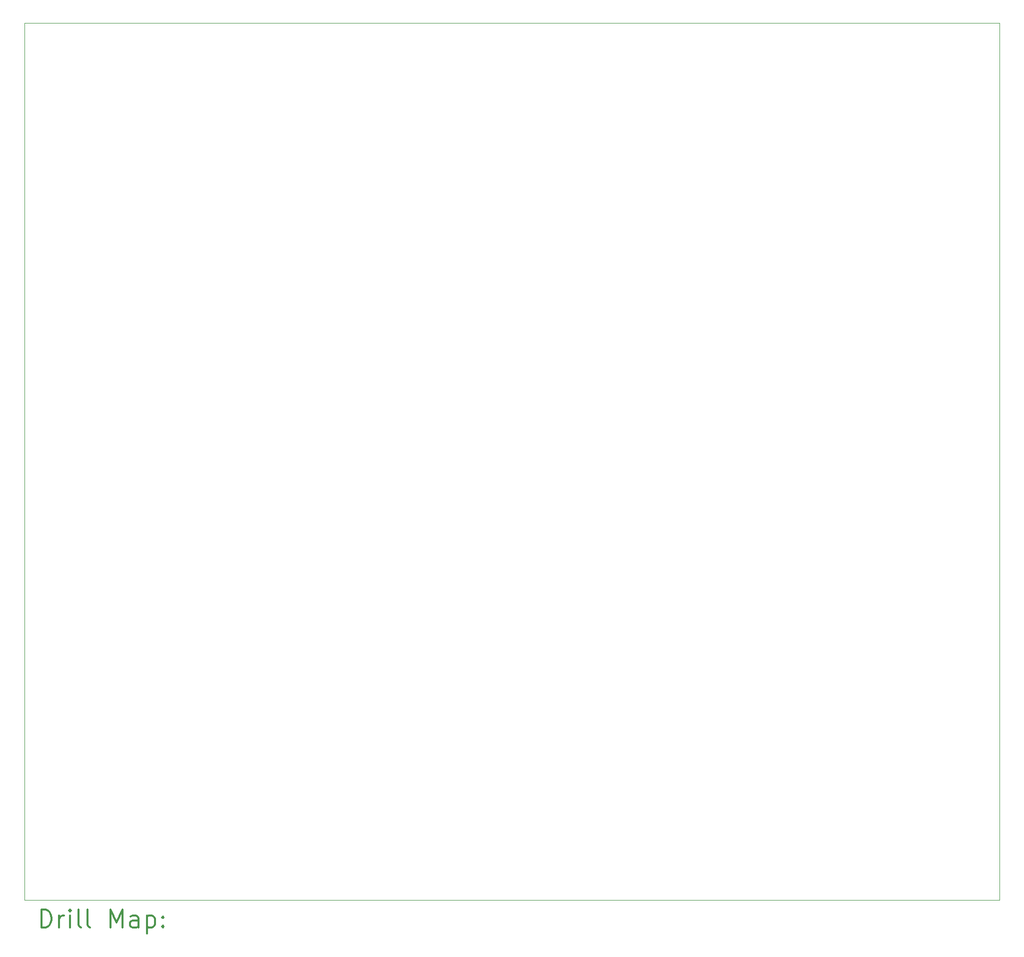
<source format=gbr>
%FSLAX45Y45*%
G04 Gerber Fmt 4.5, Leading zero omitted, Abs format (unit mm)*
G04 Created by KiCad (PCBNEW 5.1.10) date 2021-06-16 12:34:30*
%MOMM*%
%LPD*%
G01*
G04 APERTURE LIST*
%TA.AperFunction,Profile*%
%ADD10C,0.050000*%
%TD*%
%ADD11C,0.200000*%
%ADD12C,0.300000*%
G04 APERTURE END LIST*
D10*
X21590000Y-1397000D02*
X5080000Y-1397000D01*
X21590000Y-16256000D02*
X21590000Y-1397000D01*
X5080000Y-16256000D02*
X21590000Y-16256000D01*
X5080000Y-1397000D02*
X5080000Y-16256000D01*
D11*
D12*
X5363928Y-16724214D02*
X5363928Y-16424214D01*
X5435357Y-16424214D01*
X5478214Y-16438500D01*
X5506786Y-16467071D01*
X5521071Y-16495643D01*
X5535357Y-16552786D01*
X5535357Y-16595643D01*
X5521071Y-16652786D01*
X5506786Y-16681357D01*
X5478214Y-16709929D01*
X5435357Y-16724214D01*
X5363928Y-16724214D01*
X5663928Y-16724214D02*
X5663928Y-16524214D01*
X5663928Y-16581357D02*
X5678214Y-16552786D01*
X5692500Y-16538500D01*
X5721071Y-16524214D01*
X5749643Y-16524214D01*
X5849643Y-16724214D02*
X5849643Y-16524214D01*
X5849643Y-16424214D02*
X5835357Y-16438500D01*
X5849643Y-16452786D01*
X5863928Y-16438500D01*
X5849643Y-16424214D01*
X5849643Y-16452786D01*
X6035357Y-16724214D02*
X6006786Y-16709929D01*
X5992500Y-16681357D01*
X5992500Y-16424214D01*
X6192500Y-16724214D02*
X6163928Y-16709929D01*
X6149643Y-16681357D01*
X6149643Y-16424214D01*
X6535357Y-16724214D02*
X6535357Y-16424214D01*
X6635357Y-16638500D01*
X6735357Y-16424214D01*
X6735357Y-16724214D01*
X7006786Y-16724214D02*
X7006786Y-16567071D01*
X6992500Y-16538500D01*
X6963928Y-16524214D01*
X6906786Y-16524214D01*
X6878214Y-16538500D01*
X7006786Y-16709929D02*
X6978214Y-16724214D01*
X6906786Y-16724214D01*
X6878214Y-16709929D01*
X6863928Y-16681357D01*
X6863928Y-16652786D01*
X6878214Y-16624214D01*
X6906786Y-16609929D01*
X6978214Y-16609929D01*
X7006786Y-16595643D01*
X7149643Y-16524214D02*
X7149643Y-16824214D01*
X7149643Y-16538500D02*
X7178214Y-16524214D01*
X7235357Y-16524214D01*
X7263928Y-16538500D01*
X7278214Y-16552786D01*
X7292500Y-16581357D01*
X7292500Y-16667071D01*
X7278214Y-16695643D01*
X7263928Y-16709929D01*
X7235357Y-16724214D01*
X7178214Y-16724214D01*
X7149643Y-16709929D01*
X7421071Y-16695643D02*
X7435357Y-16709929D01*
X7421071Y-16724214D01*
X7406786Y-16709929D01*
X7421071Y-16695643D01*
X7421071Y-16724214D01*
X7421071Y-16538500D02*
X7435357Y-16552786D01*
X7421071Y-16567071D01*
X7406786Y-16552786D01*
X7421071Y-16538500D01*
X7421071Y-16567071D01*
M02*

</source>
